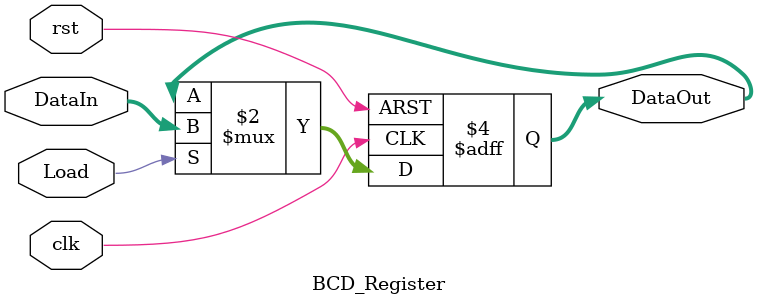
<source format=v>
module BCD_Register (
    input clk,          // Clock signal
    input rst,          // Reset signal
    input [3:0] DataIn, // Input data
    input Load,         // Load enable
    output reg [3:0] DataOut // Stored data
);
    always @(posedge clk or posedge rst) begin
        if (rst)
            DataOut <= 4'd0; // Clear register on reset
        else if (Load)
            DataOut <= DataIn; // Load data on Load signal
    end
endmodule

</source>
